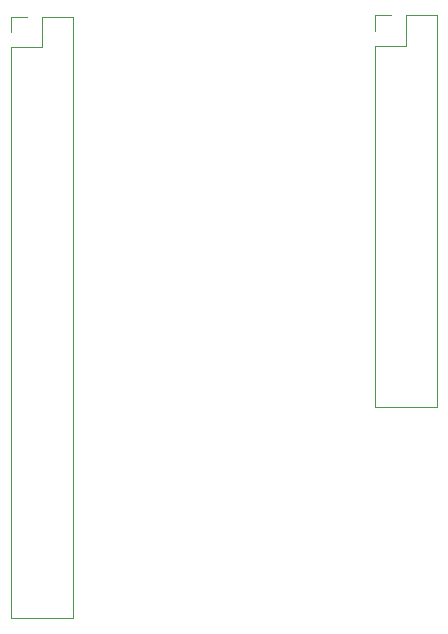
<source format=gbr>
%TF.GenerationSoftware,KiCad,Pcbnew,(6.0.0)*%
%TF.CreationDate,2022-02-24T11:08:30-05:00*%
%TF.ProjectId,PI4Adapter,50493441-6461-4707-9465-722e6b696361,0.1a*%
%TF.SameCoordinates,Original*%
%TF.FileFunction,Legend,Bot*%
%TF.FilePolarity,Positive*%
%FSLAX46Y46*%
G04 Gerber Fmt 4.6, Leading zero omitted, Abs format (unit mm)*
G04 Created by KiCad (PCBNEW (6.0.0)) date 2022-02-24 11:08:30*
%MOMM*%
%LPD*%
G01*
G04 APERTURE LIST*
%ADD10C,0.120000*%
G04 APERTURE END LIST*
D10*
%TO.C,J1*%
X108250000Y-76370000D02*
X106920000Y-76370000D01*
X106920000Y-78970000D02*
X106920000Y-127290000D01*
X112120000Y-76370000D02*
X112120000Y-127290000D01*
X109520000Y-76370000D02*
X109520000Y-78970000D01*
X109520000Y-78970000D02*
X106920000Y-78970000D01*
X112120000Y-76370000D02*
X109520000Y-76370000D01*
X112120000Y-127290000D02*
X106920000Y-127290000D01*
X106920000Y-76370000D02*
X106920000Y-77700000D01*
%TO.C,J3*%
X140330000Y-76245000D02*
X140330000Y-78845000D01*
X142930000Y-109385000D02*
X137730000Y-109385000D01*
X142930000Y-76245000D02*
X142930000Y-109385000D01*
X137730000Y-78845000D02*
X137730000Y-109385000D01*
X137730000Y-76245000D02*
X137730000Y-77575000D01*
X140330000Y-78845000D02*
X137730000Y-78845000D01*
X139060000Y-76245000D02*
X137730000Y-76245000D01*
X142930000Y-76245000D02*
X140330000Y-76245000D01*
%TD*%
M02*

</source>
